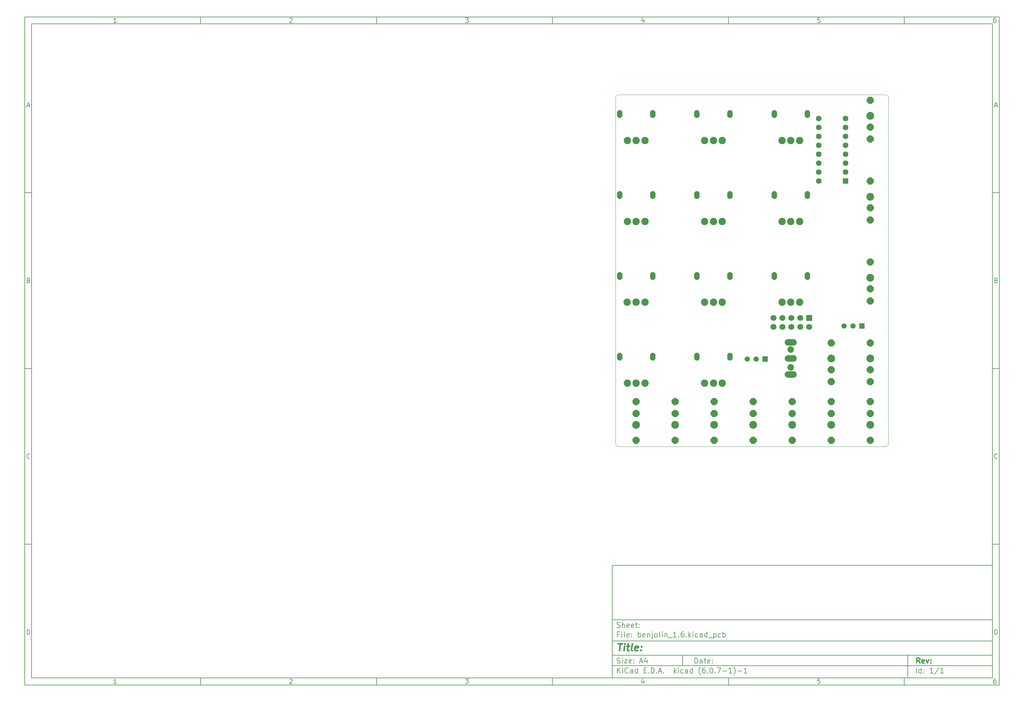
<source format=gbr>
%TF.GenerationSoftware,KiCad,Pcbnew,(6.0.7-1)-1*%
%TF.CreationDate,2022-10-07T09:47:06+07:00*%
%TF.ProjectId,benjolin_1.6,62656e6a-6f6c-4696-9e5f-312e362e6b69,rev?*%
%TF.SameCoordinates,Original*%
%TF.FileFunction,Soldermask,Bot*%
%TF.FilePolarity,Negative*%
%FSLAX46Y46*%
G04 Gerber Fmt 4.6, Leading zero omitted, Abs format (unit mm)*
G04 Created by KiCad (PCBNEW (6.0.7-1)-1) date 2022-10-07 09:47:06*
%MOMM*%
%LPD*%
G01*
G04 APERTURE LIST*
G04 Aperture macros list*
%AMRoundRect*
0 Rectangle with rounded corners*
0 $1 Rounding radius*
0 $2 $3 $4 $5 $6 $7 $8 $9 X,Y pos of 4 corners*
0 Add a 4 corners polygon primitive as box body*
4,1,4,$2,$3,$4,$5,$6,$7,$8,$9,$2,$3,0*
0 Add four circle primitives for the rounded corners*
1,1,$1+$1,$2,$3*
1,1,$1+$1,$4,$5*
1,1,$1+$1,$6,$7*
1,1,$1+$1,$8,$9*
0 Add four rect primitives between the rounded corners*
20,1,$1+$1,$2,$3,$4,$5,0*
20,1,$1+$1,$4,$5,$6,$7,0*
20,1,$1+$1,$6,$7,$8,$9,0*
20,1,$1+$1,$8,$9,$2,$3,0*%
%AMFreePoly0*
4,1,25,0.427955,0.971196,0.440078,0.960842,0.960842,0.440078,0.989349,0.384130,0.990600,0.368236,0.990600,-0.368236,0.971196,-0.427955,0.960842,-0.440078,0.440078,-0.960842,0.384130,-0.989349,0.368236,-0.990600,-0.368236,-0.990600,-0.427955,-0.971196,-0.440078,-0.960842,-0.960842,-0.440078,-0.989349,-0.384130,-0.990600,-0.368236,-0.990600,0.368236,-0.971196,0.427955,-0.960842,0.440078,
-0.440078,0.960842,-0.384130,0.989349,-0.368236,0.990600,0.368236,0.990600,0.427955,0.971196,0.427955,0.971196,$1*%
%AMFreePoly1*
4,1,25,0.649668,0.782196,0.661791,0.771842,1.071842,0.361791,1.100349,0.305843,1.101600,0.289949,1.101600,-0.289949,1.082196,-0.349668,1.071842,-0.361791,0.661791,-0.771842,0.605843,-0.800349,0.589949,-0.801600,-0.589949,-0.801600,-0.649668,-0.782196,-0.661791,-0.771842,-1.071842,-0.361791,-1.100349,-0.305843,-1.101600,-0.289949,-1.101600,0.289949,-1.082196,0.349668,-1.071842,0.361791,
-0.661791,0.771842,-0.605843,0.800349,-0.589949,0.801600,0.589949,0.801600,0.649668,0.782196,0.649668,0.782196,$1*%
G04 Aperture macros list end*
%ADD10C,0.100000*%
%ADD11C,0.150000*%
%ADD12C,0.300000*%
%ADD13C,0.400000*%
%TA.AperFunction,Profile*%
%ADD14C,0.100000*%
%TD*%
%ADD15RoundRect,0.250000X-0.600000X0.600000X-0.600000X-0.600000X0.600000X-0.600000X0.600000X0.600000X0*%
%ADD16C,1.700000*%
%ADD17R,1.600000X1.600000*%
%ADD18C,1.600000*%
%ADD19C,1.500000*%
%ADD20R,1.500000X1.500000*%
%ADD21C,1.854200*%
%ADD22O,3.403200X1.854200*%
%ADD23FreePoly0,180.000000*%
%ADD24C,2.200000*%
%ADD25FreePoly0,0.000000*%
%ADD26FreePoly1,90.000000*%
%ADD27C,2.082800*%
G04 APERTURE END LIST*
D10*
D11*
X177002200Y-166007200D02*
X177002200Y-198007200D01*
X285002200Y-198007200D01*
X285002200Y-166007200D01*
X177002200Y-166007200D01*
D10*
D11*
X10000000Y-10000000D02*
X10000000Y-200007200D01*
X287002200Y-200007200D01*
X287002200Y-10000000D01*
X10000000Y-10000000D01*
D10*
D11*
X12000000Y-12000000D02*
X12000000Y-198007200D01*
X285002200Y-198007200D01*
X285002200Y-12000000D01*
X12000000Y-12000000D01*
D10*
D11*
X60000000Y-12000000D02*
X60000000Y-10000000D01*
D10*
D11*
X110000000Y-12000000D02*
X110000000Y-10000000D01*
D10*
D11*
X160000000Y-12000000D02*
X160000000Y-10000000D01*
D10*
D11*
X210000000Y-12000000D02*
X210000000Y-10000000D01*
D10*
D11*
X260000000Y-12000000D02*
X260000000Y-10000000D01*
D10*
D11*
X36065476Y-11588095D02*
X35322619Y-11588095D01*
X35694047Y-11588095D02*
X35694047Y-10288095D01*
X35570238Y-10473809D01*
X35446428Y-10597619D01*
X35322619Y-10659523D01*
D10*
D11*
X85322619Y-10411904D02*
X85384523Y-10350000D01*
X85508333Y-10288095D01*
X85817857Y-10288095D01*
X85941666Y-10350000D01*
X86003571Y-10411904D01*
X86065476Y-10535714D01*
X86065476Y-10659523D01*
X86003571Y-10845238D01*
X85260714Y-11588095D01*
X86065476Y-11588095D01*
D10*
D11*
X135260714Y-10288095D02*
X136065476Y-10288095D01*
X135632142Y-10783333D01*
X135817857Y-10783333D01*
X135941666Y-10845238D01*
X136003571Y-10907142D01*
X136065476Y-11030952D01*
X136065476Y-11340476D01*
X136003571Y-11464285D01*
X135941666Y-11526190D01*
X135817857Y-11588095D01*
X135446428Y-11588095D01*
X135322619Y-11526190D01*
X135260714Y-11464285D01*
D10*
D11*
X185941666Y-10721428D02*
X185941666Y-11588095D01*
X185632142Y-10226190D02*
X185322619Y-11154761D01*
X186127380Y-11154761D01*
D10*
D11*
X236003571Y-10288095D02*
X235384523Y-10288095D01*
X235322619Y-10907142D01*
X235384523Y-10845238D01*
X235508333Y-10783333D01*
X235817857Y-10783333D01*
X235941666Y-10845238D01*
X236003571Y-10907142D01*
X236065476Y-11030952D01*
X236065476Y-11340476D01*
X236003571Y-11464285D01*
X235941666Y-11526190D01*
X235817857Y-11588095D01*
X235508333Y-11588095D01*
X235384523Y-11526190D01*
X235322619Y-11464285D01*
D10*
D11*
X285941666Y-10288095D02*
X285694047Y-10288095D01*
X285570238Y-10350000D01*
X285508333Y-10411904D01*
X285384523Y-10597619D01*
X285322619Y-10845238D01*
X285322619Y-11340476D01*
X285384523Y-11464285D01*
X285446428Y-11526190D01*
X285570238Y-11588095D01*
X285817857Y-11588095D01*
X285941666Y-11526190D01*
X286003571Y-11464285D01*
X286065476Y-11340476D01*
X286065476Y-11030952D01*
X286003571Y-10907142D01*
X285941666Y-10845238D01*
X285817857Y-10783333D01*
X285570238Y-10783333D01*
X285446428Y-10845238D01*
X285384523Y-10907142D01*
X285322619Y-11030952D01*
D10*
D11*
X60000000Y-198007200D02*
X60000000Y-200007200D01*
D10*
D11*
X110000000Y-198007200D02*
X110000000Y-200007200D01*
D10*
D11*
X160000000Y-198007200D02*
X160000000Y-200007200D01*
D10*
D11*
X210000000Y-198007200D02*
X210000000Y-200007200D01*
D10*
D11*
X260000000Y-198007200D02*
X260000000Y-200007200D01*
D10*
D11*
X36065476Y-199595295D02*
X35322619Y-199595295D01*
X35694047Y-199595295D02*
X35694047Y-198295295D01*
X35570238Y-198481009D01*
X35446428Y-198604819D01*
X35322619Y-198666723D01*
D10*
D11*
X85322619Y-198419104D02*
X85384523Y-198357200D01*
X85508333Y-198295295D01*
X85817857Y-198295295D01*
X85941666Y-198357200D01*
X86003571Y-198419104D01*
X86065476Y-198542914D01*
X86065476Y-198666723D01*
X86003571Y-198852438D01*
X85260714Y-199595295D01*
X86065476Y-199595295D01*
D10*
D11*
X135260714Y-198295295D02*
X136065476Y-198295295D01*
X135632142Y-198790533D01*
X135817857Y-198790533D01*
X135941666Y-198852438D01*
X136003571Y-198914342D01*
X136065476Y-199038152D01*
X136065476Y-199347676D01*
X136003571Y-199471485D01*
X135941666Y-199533390D01*
X135817857Y-199595295D01*
X135446428Y-199595295D01*
X135322619Y-199533390D01*
X135260714Y-199471485D01*
D10*
D11*
X185941666Y-198728628D02*
X185941666Y-199595295D01*
X185632142Y-198233390D02*
X185322619Y-199161961D01*
X186127380Y-199161961D01*
D10*
D11*
X236003571Y-198295295D02*
X235384523Y-198295295D01*
X235322619Y-198914342D01*
X235384523Y-198852438D01*
X235508333Y-198790533D01*
X235817857Y-198790533D01*
X235941666Y-198852438D01*
X236003571Y-198914342D01*
X236065476Y-199038152D01*
X236065476Y-199347676D01*
X236003571Y-199471485D01*
X235941666Y-199533390D01*
X235817857Y-199595295D01*
X235508333Y-199595295D01*
X235384523Y-199533390D01*
X235322619Y-199471485D01*
D10*
D11*
X285941666Y-198295295D02*
X285694047Y-198295295D01*
X285570238Y-198357200D01*
X285508333Y-198419104D01*
X285384523Y-198604819D01*
X285322619Y-198852438D01*
X285322619Y-199347676D01*
X285384523Y-199471485D01*
X285446428Y-199533390D01*
X285570238Y-199595295D01*
X285817857Y-199595295D01*
X285941666Y-199533390D01*
X286003571Y-199471485D01*
X286065476Y-199347676D01*
X286065476Y-199038152D01*
X286003571Y-198914342D01*
X285941666Y-198852438D01*
X285817857Y-198790533D01*
X285570238Y-198790533D01*
X285446428Y-198852438D01*
X285384523Y-198914342D01*
X285322619Y-199038152D01*
D10*
D11*
X10000000Y-60000000D02*
X12000000Y-60000000D01*
D10*
D11*
X10000000Y-110000000D02*
X12000000Y-110000000D01*
D10*
D11*
X10000000Y-160000000D02*
X12000000Y-160000000D01*
D10*
D11*
X10690476Y-35216666D02*
X11309523Y-35216666D01*
X10566666Y-35588095D02*
X11000000Y-34288095D01*
X11433333Y-35588095D01*
D10*
D11*
X11092857Y-84907142D02*
X11278571Y-84969047D01*
X11340476Y-85030952D01*
X11402380Y-85154761D01*
X11402380Y-85340476D01*
X11340476Y-85464285D01*
X11278571Y-85526190D01*
X11154761Y-85588095D01*
X10659523Y-85588095D01*
X10659523Y-84288095D01*
X11092857Y-84288095D01*
X11216666Y-84350000D01*
X11278571Y-84411904D01*
X11340476Y-84535714D01*
X11340476Y-84659523D01*
X11278571Y-84783333D01*
X11216666Y-84845238D01*
X11092857Y-84907142D01*
X10659523Y-84907142D01*
D10*
D11*
X11402380Y-135464285D02*
X11340476Y-135526190D01*
X11154761Y-135588095D01*
X11030952Y-135588095D01*
X10845238Y-135526190D01*
X10721428Y-135402380D01*
X10659523Y-135278571D01*
X10597619Y-135030952D01*
X10597619Y-134845238D01*
X10659523Y-134597619D01*
X10721428Y-134473809D01*
X10845238Y-134350000D01*
X11030952Y-134288095D01*
X11154761Y-134288095D01*
X11340476Y-134350000D01*
X11402380Y-134411904D01*
D10*
D11*
X10659523Y-185588095D02*
X10659523Y-184288095D01*
X10969047Y-184288095D01*
X11154761Y-184350000D01*
X11278571Y-184473809D01*
X11340476Y-184597619D01*
X11402380Y-184845238D01*
X11402380Y-185030952D01*
X11340476Y-185278571D01*
X11278571Y-185402380D01*
X11154761Y-185526190D01*
X10969047Y-185588095D01*
X10659523Y-185588095D01*
D10*
D11*
X287002200Y-60000000D02*
X285002200Y-60000000D01*
D10*
D11*
X287002200Y-110000000D02*
X285002200Y-110000000D01*
D10*
D11*
X287002200Y-160000000D02*
X285002200Y-160000000D01*
D10*
D11*
X285692676Y-35216666D02*
X286311723Y-35216666D01*
X285568866Y-35588095D02*
X286002200Y-34288095D01*
X286435533Y-35588095D01*
D10*
D11*
X286095057Y-84907142D02*
X286280771Y-84969047D01*
X286342676Y-85030952D01*
X286404580Y-85154761D01*
X286404580Y-85340476D01*
X286342676Y-85464285D01*
X286280771Y-85526190D01*
X286156961Y-85588095D01*
X285661723Y-85588095D01*
X285661723Y-84288095D01*
X286095057Y-84288095D01*
X286218866Y-84350000D01*
X286280771Y-84411904D01*
X286342676Y-84535714D01*
X286342676Y-84659523D01*
X286280771Y-84783333D01*
X286218866Y-84845238D01*
X286095057Y-84907142D01*
X285661723Y-84907142D01*
D10*
D11*
X286404580Y-135464285D02*
X286342676Y-135526190D01*
X286156961Y-135588095D01*
X286033152Y-135588095D01*
X285847438Y-135526190D01*
X285723628Y-135402380D01*
X285661723Y-135278571D01*
X285599819Y-135030952D01*
X285599819Y-134845238D01*
X285661723Y-134597619D01*
X285723628Y-134473809D01*
X285847438Y-134350000D01*
X286033152Y-134288095D01*
X286156961Y-134288095D01*
X286342676Y-134350000D01*
X286404580Y-134411904D01*
D10*
D11*
X285661723Y-185588095D02*
X285661723Y-184288095D01*
X285971247Y-184288095D01*
X286156961Y-184350000D01*
X286280771Y-184473809D01*
X286342676Y-184597619D01*
X286404580Y-184845238D01*
X286404580Y-185030952D01*
X286342676Y-185278571D01*
X286280771Y-185402380D01*
X286156961Y-185526190D01*
X285971247Y-185588095D01*
X285661723Y-185588095D01*
D10*
D11*
X200434342Y-193785771D02*
X200434342Y-192285771D01*
X200791485Y-192285771D01*
X201005771Y-192357200D01*
X201148628Y-192500057D01*
X201220057Y-192642914D01*
X201291485Y-192928628D01*
X201291485Y-193142914D01*
X201220057Y-193428628D01*
X201148628Y-193571485D01*
X201005771Y-193714342D01*
X200791485Y-193785771D01*
X200434342Y-193785771D01*
X202577200Y-193785771D02*
X202577200Y-193000057D01*
X202505771Y-192857200D01*
X202362914Y-192785771D01*
X202077200Y-192785771D01*
X201934342Y-192857200D01*
X202577200Y-193714342D02*
X202434342Y-193785771D01*
X202077200Y-193785771D01*
X201934342Y-193714342D01*
X201862914Y-193571485D01*
X201862914Y-193428628D01*
X201934342Y-193285771D01*
X202077200Y-193214342D01*
X202434342Y-193214342D01*
X202577200Y-193142914D01*
X203077200Y-192785771D02*
X203648628Y-192785771D01*
X203291485Y-192285771D02*
X203291485Y-193571485D01*
X203362914Y-193714342D01*
X203505771Y-193785771D01*
X203648628Y-193785771D01*
X204720057Y-193714342D02*
X204577200Y-193785771D01*
X204291485Y-193785771D01*
X204148628Y-193714342D01*
X204077200Y-193571485D01*
X204077200Y-193000057D01*
X204148628Y-192857200D01*
X204291485Y-192785771D01*
X204577200Y-192785771D01*
X204720057Y-192857200D01*
X204791485Y-193000057D01*
X204791485Y-193142914D01*
X204077200Y-193285771D01*
X205434342Y-193642914D02*
X205505771Y-193714342D01*
X205434342Y-193785771D01*
X205362914Y-193714342D01*
X205434342Y-193642914D01*
X205434342Y-193785771D01*
X205434342Y-192857200D02*
X205505771Y-192928628D01*
X205434342Y-193000057D01*
X205362914Y-192928628D01*
X205434342Y-192857200D01*
X205434342Y-193000057D01*
D10*
D11*
X177002200Y-194507200D02*
X285002200Y-194507200D01*
D10*
D11*
X178434342Y-196585771D02*
X178434342Y-195085771D01*
X179291485Y-196585771D02*
X178648628Y-195728628D01*
X179291485Y-195085771D02*
X178434342Y-195942914D01*
X179934342Y-196585771D02*
X179934342Y-195585771D01*
X179934342Y-195085771D02*
X179862914Y-195157200D01*
X179934342Y-195228628D01*
X180005771Y-195157200D01*
X179934342Y-195085771D01*
X179934342Y-195228628D01*
X181505771Y-196442914D02*
X181434342Y-196514342D01*
X181220057Y-196585771D01*
X181077200Y-196585771D01*
X180862914Y-196514342D01*
X180720057Y-196371485D01*
X180648628Y-196228628D01*
X180577200Y-195942914D01*
X180577200Y-195728628D01*
X180648628Y-195442914D01*
X180720057Y-195300057D01*
X180862914Y-195157200D01*
X181077200Y-195085771D01*
X181220057Y-195085771D01*
X181434342Y-195157200D01*
X181505771Y-195228628D01*
X182791485Y-196585771D02*
X182791485Y-195800057D01*
X182720057Y-195657200D01*
X182577200Y-195585771D01*
X182291485Y-195585771D01*
X182148628Y-195657200D01*
X182791485Y-196514342D02*
X182648628Y-196585771D01*
X182291485Y-196585771D01*
X182148628Y-196514342D01*
X182077200Y-196371485D01*
X182077200Y-196228628D01*
X182148628Y-196085771D01*
X182291485Y-196014342D01*
X182648628Y-196014342D01*
X182791485Y-195942914D01*
X184148628Y-196585771D02*
X184148628Y-195085771D01*
X184148628Y-196514342D02*
X184005771Y-196585771D01*
X183720057Y-196585771D01*
X183577200Y-196514342D01*
X183505771Y-196442914D01*
X183434342Y-196300057D01*
X183434342Y-195871485D01*
X183505771Y-195728628D01*
X183577200Y-195657200D01*
X183720057Y-195585771D01*
X184005771Y-195585771D01*
X184148628Y-195657200D01*
X186005771Y-195800057D02*
X186505771Y-195800057D01*
X186720057Y-196585771D02*
X186005771Y-196585771D01*
X186005771Y-195085771D01*
X186720057Y-195085771D01*
X187362914Y-196442914D02*
X187434342Y-196514342D01*
X187362914Y-196585771D01*
X187291485Y-196514342D01*
X187362914Y-196442914D01*
X187362914Y-196585771D01*
X188077200Y-196585771D02*
X188077200Y-195085771D01*
X188434342Y-195085771D01*
X188648628Y-195157200D01*
X188791485Y-195300057D01*
X188862914Y-195442914D01*
X188934342Y-195728628D01*
X188934342Y-195942914D01*
X188862914Y-196228628D01*
X188791485Y-196371485D01*
X188648628Y-196514342D01*
X188434342Y-196585771D01*
X188077200Y-196585771D01*
X189577200Y-196442914D02*
X189648628Y-196514342D01*
X189577200Y-196585771D01*
X189505771Y-196514342D01*
X189577200Y-196442914D01*
X189577200Y-196585771D01*
X190220057Y-196157200D02*
X190934342Y-196157200D01*
X190077200Y-196585771D02*
X190577200Y-195085771D01*
X191077200Y-196585771D01*
X191577200Y-196442914D02*
X191648628Y-196514342D01*
X191577200Y-196585771D01*
X191505771Y-196514342D01*
X191577200Y-196442914D01*
X191577200Y-196585771D01*
X194577200Y-196585771D02*
X194577200Y-195085771D01*
X194720057Y-196014342D02*
X195148628Y-196585771D01*
X195148628Y-195585771D02*
X194577200Y-196157200D01*
X195791485Y-196585771D02*
X195791485Y-195585771D01*
X195791485Y-195085771D02*
X195720057Y-195157200D01*
X195791485Y-195228628D01*
X195862914Y-195157200D01*
X195791485Y-195085771D01*
X195791485Y-195228628D01*
X197148628Y-196514342D02*
X197005771Y-196585771D01*
X196720057Y-196585771D01*
X196577200Y-196514342D01*
X196505771Y-196442914D01*
X196434342Y-196300057D01*
X196434342Y-195871485D01*
X196505771Y-195728628D01*
X196577200Y-195657200D01*
X196720057Y-195585771D01*
X197005771Y-195585771D01*
X197148628Y-195657200D01*
X198434342Y-196585771D02*
X198434342Y-195800057D01*
X198362914Y-195657200D01*
X198220057Y-195585771D01*
X197934342Y-195585771D01*
X197791485Y-195657200D01*
X198434342Y-196514342D02*
X198291485Y-196585771D01*
X197934342Y-196585771D01*
X197791485Y-196514342D01*
X197720057Y-196371485D01*
X197720057Y-196228628D01*
X197791485Y-196085771D01*
X197934342Y-196014342D01*
X198291485Y-196014342D01*
X198434342Y-195942914D01*
X199791485Y-196585771D02*
X199791485Y-195085771D01*
X199791485Y-196514342D02*
X199648628Y-196585771D01*
X199362914Y-196585771D01*
X199220057Y-196514342D01*
X199148628Y-196442914D01*
X199077200Y-196300057D01*
X199077200Y-195871485D01*
X199148628Y-195728628D01*
X199220057Y-195657200D01*
X199362914Y-195585771D01*
X199648628Y-195585771D01*
X199791485Y-195657200D01*
X202077200Y-197157200D02*
X202005771Y-197085771D01*
X201862914Y-196871485D01*
X201791485Y-196728628D01*
X201720057Y-196514342D01*
X201648628Y-196157200D01*
X201648628Y-195871485D01*
X201720057Y-195514342D01*
X201791485Y-195300057D01*
X201862914Y-195157200D01*
X202005771Y-194942914D01*
X202077200Y-194871485D01*
X203291485Y-195085771D02*
X203005771Y-195085771D01*
X202862914Y-195157200D01*
X202791485Y-195228628D01*
X202648628Y-195442914D01*
X202577200Y-195728628D01*
X202577200Y-196300057D01*
X202648628Y-196442914D01*
X202720057Y-196514342D01*
X202862914Y-196585771D01*
X203148628Y-196585771D01*
X203291485Y-196514342D01*
X203362914Y-196442914D01*
X203434342Y-196300057D01*
X203434342Y-195942914D01*
X203362914Y-195800057D01*
X203291485Y-195728628D01*
X203148628Y-195657200D01*
X202862914Y-195657200D01*
X202720057Y-195728628D01*
X202648628Y-195800057D01*
X202577200Y-195942914D01*
X204077200Y-196442914D02*
X204148628Y-196514342D01*
X204077200Y-196585771D01*
X204005771Y-196514342D01*
X204077200Y-196442914D01*
X204077200Y-196585771D01*
X205077200Y-195085771D02*
X205220057Y-195085771D01*
X205362914Y-195157200D01*
X205434342Y-195228628D01*
X205505771Y-195371485D01*
X205577200Y-195657200D01*
X205577200Y-196014342D01*
X205505771Y-196300057D01*
X205434342Y-196442914D01*
X205362914Y-196514342D01*
X205220057Y-196585771D01*
X205077200Y-196585771D01*
X204934342Y-196514342D01*
X204862914Y-196442914D01*
X204791485Y-196300057D01*
X204720057Y-196014342D01*
X204720057Y-195657200D01*
X204791485Y-195371485D01*
X204862914Y-195228628D01*
X204934342Y-195157200D01*
X205077200Y-195085771D01*
X206220057Y-196442914D02*
X206291485Y-196514342D01*
X206220057Y-196585771D01*
X206148628Y-196514342D01*
X206220057Y-196442914D01*
X206220057Y-196585771D01*
X206791485Y-195085771D02*
X207791485Y-195085771D01*
X207148628Y-196585771D01*
X208362914Y-196014342D02*
X209505771Y-196014342D01*
X211005771Y-196585771D02*
X210148628Y-196585771D01*
X210577200Y-196585771D02*
X210577200Y-195085771D01*
X210434342Y-195300057D01*
X210291485Y-195442914D01*
X210148628Y-195514342D01*
X211505771Y-197157200D02*
X211577200Y-197085771D01*
X211720057Y-196871485D01*
X211791485Y-196728628D01*
X211862914Y-196514342D01*
X211934342Y-196157200D01*
X211934342Y-195871485D01*
X211862914Y-195514342D01*
X211791485Y-195300057D01*
X211720057Y-195157200D01*
X211577200Y-194942914D01*
X211505771Y-194871485D01*
X212648628Y-196014342D02*
X213791485Y-196014342D01*
X215291485Y-196585771D02*
X214434342Y-196585771D01*
X214862914Y-196585771D02*
X214862914Y-195085771D01*
X214720057Y-195300057D01*
X214577200Y-195442914D01*
X214434342Y-195514342D01*
D10*
D11*
X177002200Y-191507200D02*
X285002200Y-191507200D01*
D10*
D12*
X264411485Y-193785771D02*
X263911485Y-193071485D01*
X263554342Y-193785771D02*
X263554342Y-192285771D01*
X264125771Y-192285771D01*
X264268628Y-192357200D01*
X264340057Y-192428628D01*
X264411485Y-192571485D01*
X264411485Y-192785771D01*
X264340057Y-192928628D01*
X264268628Y-193000057D01*
X264125771Y-193071485D01*
X263554342Y-193071485D01*
X265625771Y-193714342D02*
X265482914Y-193785771D01*
X265197200Y-193785771D01*
X265054342Y-193714342D01*
X264982914Y-193571485D01*
X264982914Y-193000057D01*
X265054342Y-192857200D01*
X265197200Y-192785771D01*
X265482914Y-192785771D01*
X265625771Y-192857200D01*
X265697200Y-193000057D01*
X265697200Y-193142914D01*
X264982914Y-193285771D01*
X266197200Y-192785771D02*
X266554342Y-193785771D01*
X266911485Y-192785771D01*
X267482914Y-193642914D02*
X267554342Y-193714342D01*
X267482914Y-193785771D01*
X267411485Y-193714342D01*
X267482914Y-193642914D01*
X267482914Y-193785771D01*
X267482914Y-192857200D02*
X267554342Y-192928628D01*
X267482914Y-193000057D01*
X267411485Y-192928628D01*
X267482914Y-192857200D01*
X267482914Y-193000057D01*
D10*
D11*
X178362914Y-193714342D02*
X178577200Y-193785771D01*
X178934342Y-193785771D01*
X179077200Y-193714342D01*
X179148628Y-193642914D01*
X179220057Y-193500057D01*
X179220057Y-193357200D01*
X179148628Y-193214342D01*
X179077200Y-193142914D01*
X178934342Y-193071485D01*
X178648628Y-193000057D01*
X178505771Y-192928628D01*
X178434342Y-192857200D01*
X178362914Y-192714342D01*
X178362914Y-192571485D01*
X178434342Y-192428628D01*
X178505771Y-192357200D01*
X178648628Y-192285771D01*
X179005771Y-192285771D01*
X179220057Y-192357200D01*
X179862914Y-193785771D02*
X179862914Y-192785771D01*
X179862914Y-192285771D02*
X179791485Y-192357200D01*
X179862914Y-192428628D01*
X179934342Y-192357200D01*
X179862914Y-192285771D01*
X179862914Y-192428628D01*
X180434342Y-192785771D02*
X181220057Y-192785771D01*
X180434342Y-193785771D01*
X181220057Y-193785771D01*
X182362914Y-193714342D02*
X182220057Y-193785771D01*
X181934342Y-193785771D01*
X181791485Y-193714342D01*
X181720057Y-193571485D01*
X181720057Y-193000057D01*
X181791485Y-192857200D01*
X181934342Y-192785771D01*
X182220057Y-192785771D01*
X182362914Y-192857200D01*
X182434342Y-193000057D01*
X182434342Y-193142914D01*
X181720057Y-193285771D01*
X183077200Y-193642914D02*
X183148628Y-193714342D01*
X183077200Y-193785771D01*
X183005771Y-193714342D01*
X183077200Y-193642914D01*
X183077200Y-193785771D01*
X183077200Y-192857200D02*
X183148628Y-192928628D01*
X183077200Y-193000057D01*
X183005771Y-192928628D01*
X183077200Y-192857200D01*
X183077200Y-193000057D01*
X184862914Y-193357200D02*
X185577200Y-193357200D01*
X184720057Y-193785771D02*
X185220057Y-192285771D01*
X185720057Y-193785771D01*
X186862914Y-192785771D02*
X186862914Y-193785771D01*
X186505771Y-192214342D02*
X186148628Y-193285771D01*
X187077200Y-193285771D01*
D10*
D11*
X263434342Y-196585771D02*
X263434342Y-195085771D01*
X264791485Y-196585771D02*
X264791485Y-195085771D01*
X264791485Y-196514342D02*
X264648628Y-196585771D01*
X264362914Y-196585771D01*
X264220057Y-196514342D01*
X264148628Y-196442914D01*
X264077200Y-196300057D01*
X264077200Y-195871485D01*
X264148628Y-195728628D01*
X264220057Y-195657200D01*
X264362914Y-195585771D01*
X264648628Y-195585771D01*
X264791485Y-195657200D01*
X265505771Y-196442914D02*
X265577200Y-196514342D01*
X265505771Y-196585771D01*
X265434342Y-196514342D01*
X265505771Y-196442914D01*
X265505771Y-196585771D01*
X265505771Y-195657200D02*
X265577200Y-195728628D01*
X265505771Y-195800057D01*
X265434342Y-195728628D01*
X265505771Y-195657200D01*
X265505771Y-195800057D01*
X268148628Y-196585771D02*
X267291485Y-196585771D01*
X267720057Y-196585771D02*
X267720057Y-195085771D01*
X267577200Y-195300057D01*
X267434342Y-195442914D01*
X267291485Y-195514342D01*
X269862914Y-195014342D02*
X268577200Y-196942914D01*
X271148628Y-196585771D02*
X270291485Y-196585771D01*
X270720057Y-196585771D02*
X270720057Y-195085771D01*
X270577200Y-195300057D01*
X270434342Y-195442914D01*
X270291485Y-195514342D01*
D10*
D11*
X177002200Y-187507200D02*
X285002200Y-187507200D01*
D10*
D13*
X178714580Y-188211961D02*
X179857438Y-188211961D01*
X179036009Y-190211961D02*
X179286009Y-188211961D01*
X180274104Y-190211961D02*
X180440771Y-188878628D01*
X180524104Y-188211961D02*
X180416961Y-188307200D01*
X180500295Y-188402438D01*
X180607438Y-188307200D01*
X180524104Y-188211961D01*
X180500295Y-188402438D01*
X181107438Y-188878628D02*
X181869342Y-188878628D01*
X181476485Y-188211961D02*
X181262200Y-189926247D01*
X181333628Y-190116723D01*
X181512200Y-190211961D01*
X181702676Y-190211961D01*
X182655057Y-190211961D02*
X182476485Y-190116723D01*
X182405057Y-189926247D01*
X182619342Y-188211961D01*
X184190771Y-190116723D02*
X183988390Y-190211961D01*
X183607438Y-190211961D01*
X183428866Y-190116723D01*
X183357438Y-189926247D01*
X183452676Y-189164342D01*
X183571723Y-188973866D01*
X183774104Y-188878628D01*
X184155057Y-188878628D01*
X184333628Y-188973866D01*
X184405057Y-189164342D01*
X184381247Y-189354819D01*
X183405057Y-189545295D01*
X185155057Y-190021485D02*
X185238390Y-190116723D01*
X185131247Y-190211961D01*
X185047914Y-190116723D01*
X185155057Y-190021485D01*
X185131247Y-190211961D01*
X185286009Y-188973866D02*
X185369342Y-189069104D01*
X185262200Y-189164342D01*
X185178866Y-189069104D01*
X185286009Y-188973866D01*
X185262200Y-189164342D01*
D10*
D11*
X178934342Y-185600057D02*
X178434342Y-185600057D01*
X178434342Y-186385771D02*
X178434342Y-184885771D01*
X179148628Y-184885771D01*
X179720057Y-186385771D02*
X179720057Y-185385771D01*
X179720057Y-184885771D02*
X179648628Y-184957200D01*
X179720057Y-185028628D01*
X179791485Y-184957200D01*
X179720057Y-184885771D01*
X179720057Y-185028628D01*
X180648628Y-186385771D02*
X180505771Y-186314342D01*
X180434342Y-186171485D01*
X180434342Y-184885771D01*
X181791485Y-186314342D02*
X181648628Y-186385771D01*
X181362914Y-186385771D01*
X181220057Y-186314342D01*
X181148628Y-186171485D01*
X181148628Y-185600057D01*
X181220057Y-185457200D01*
X181362914Y-185385771D01*
X181648628Y-185385771D01*
X181791485Y-185457200D01*
X181862914Y-185600057D01*
X181862914Y-185742914D01*
X181148628Y-185885771D01*
X182505771Y-186242914D02*
X182577200Y-186314342D01*
X182505771Y-186385771D01*
X182434342Y-186314342D01*
X182505771Y-186242914D01*
X182505771Y-186385771D01*
X182505771Y-185457200D02*
X182577200Y-185528628D01*
X182505771Y-185600057D01*
X182434342Y-185528628D01*
X182505771Y-185457200D01*
X182505771Y-185600057D01*
X184362914Y-186385771D02*
X184362914Y-184885771D01*
X184362914Y-185457200D02*
X184505771Y-185385771D01*
X184791485Y-185385771D01*
X184934342Y-185457200D01*
X185005771Y-185528628D01*
X185077200Y-185671485D01*
X185077200Y-186100057D01*
X185005771Y-186242914D01*
X184934342Y-186314342D01*
X184791485Y-186385771D01*
X184505771Y-186385771D01*
X184362914Y-186314342D01*
X186291485Y-186314342D02*
X186148628Y-186385771D01*
X185862914Y-186385771D01*
X185720057Y-186314342D01*
X185648628Y-186171485D01*
X185648628Y-185600057D01*
X185720057Y-185457200D01*
X185862914Y-185385771D01*
X186148628Y-185385771D01*
X186291485Y-185457200D01*
X186362914Y-185600057D01*
X186362914Y-185742914D01*
X185648628Y-185885771D01*
X187005771Y-185385771D02*
X187005771Y-186385771D01*
X187005771Y-185528628D02*
X187077200Y-185457200D01*
X187220057Y-185385771D01*
X187434342Y-185385771D01*
X187577200Y-185457200D01*
X187648628Y-185600057D01*
X187648628Y-186385771D01*
X188362914Y-185385771D02*
X188362914Y-186671485D01*
X188291485Y-186814342D01*
X188148628Y-186885771D01*
X188077200Y-186885771D01*
X188362914Y-184885771D02*
X188291485Y-184957200D01*
X188362914Y-185028628D01*
X188434342Y-184957200D01*
X188362914Y-184885771D01*
X188362914Y-185028628D01*
X189291485Y-186385771D02*
X189148628Y-186314342D01*
X189077200Y-186242914D01*
X189005771Y-186100057D01*
X189005771Y-185671485D01*
X189077200Y-185528628D01*
X189148628Y-185457200D01*
X189291485Y-185385771D01*
X189505771Y-185385771D01*
X189648628Y-185457200D01*
X189720057Y-185528628D01*
X189791485Y-185671485D01*
X189791485Y-186100057D01*
X189720057Y-186242914D01*
X189648628Y-186314342D01*
X189505771Y-186385771D01*
X189291485Y-186385771D01*
X190648628Y-186385771D02*
X190505771Y-186314342D01*
X190434342Y-186171485D01*
X190434342Y-184885771D01*
X191220057Y-186385771D02*
X191220057Y-185385771D01*
X191220057Y-184885771D02*
X191148628Y-184957200D01*
X191220057Y-185028628D01*
X191291485Y-184957200D01*
X191220057Y-184885771D01*
X191220057Y-185028628D01*
X191934342Y-185385771D02*
X191934342Y-186385771D01*
X191934342Y-185528628D02*
X192005771Y-185457200D01*
X192148628Y-185385771D01*
X192362914Y-185385771D01*
X192505771Y-185457200D01*
X192577200Y-185600057D01*
X192577200Y-186385771D01*
X192934342Y-186528628D02*
X194077200Y-186528628D01*
X195220057Y-186385771D02*
X194362914Y-186385771D01*
X194791485Y-186385771D02*
X194791485Y-184885771D01*
X194648628Y-185100057D01*
X194505771Y-185242914D01*
X194362914Y-185314342D01*
X195862914Y-186242914D02*
X195934342Y-186314342D01*
X195862914Y-186385771D01*
X195791485Y-186314342D01*
X195862914Y-186242914D01*
X195862914Y-186385771D01*
X197220057Y-184885771D02*
X196934342Y-184885771D01*
X196791485Y-184957200D01*
X196720057Y-185028628D01*
X196577200Y-185242914D01*
X196505771Y-185528628D01*
X196505771Y-186100057D01*
X196577200Y-186242914D01*
X196648628Y-186314342D01*
X196791485Y-186385771D01*
X197077200Y-186385771D01*
X197220057Y-186314342D01*
X197291485Y-186242914D01*
X197362914Y-186100057D01*
X197362914Y-185742914D01*
X197291485Y-185600057D01*
X197220057Y-185528628D01*
X197077200Y-185457200D01*
X196791485Y-185457200D01*
X196648628Y-185528628D01*
X196577200Y-185600057D01*
X196505771Y-185742914D01*
X198005771Y-186242914D02*
X198077200Y-186314342D01*
X198005771Y-186385771D01*
X197934342Y-186314342D01*
X198005771Y-186242914D01*
X198005771Y-186385771D01*
X198720057Y-186385771D02*
X198720057Y-184885771D01*
X198862914Y-185814342D02*
X199291485Y-186385771D01*
X199291485Y-185385771D02*
X198720057Y-185957200D01*
X199934342Y-186385771D02*
X199934342Y-185385771D01*
X199934342Y-184885771D02*
X199862914Y-184957200D01*
X199934342Y-185028628D01*
X200005771Y-184957200D01*
X199934342Y-184885771D01*
X199934342Y-185028628D01*
X201291485Y-186314342D02*
X201148628Y-186385771D01*
X200862914Y-186385771D01*
X200720057Y-186314342D01*
X200648628Y-186242914D01*
X200577200Y-186100057D01*
X200577200Y-185671485D01*
X200648628Y-185528628D01*
X200720057Y-185457200D01*
X200862914Y-185385771D01*
X201148628Y-185385771D01*
X201291485Y-185457200D01*
X202577200Y-186385771D02*
X202577200Y-185600057D01*
X202505771Y-185457200D01*
X202362914Y-185385771D01*
X202077200Y-185385771D01*
X201934342Y-185457200D01*
X202577200Y-186314342D02*
X202434342Y-186385771D01*
X202077200Y-186385771D01*
X201934342Y-186314342D01*
X201862914Y-186171485D01*
X201862914Y-186028628D01*
X201934342Y-185885771D01*
X202077200Y-185814342D01*
X202434342Y-185814342D01*
X202577200Y-185742914D01*
X203934342Y-186385771D02*
X203934342Y-184885771D01*
X203934342Y-186314342D02*
X203791485Y-186385771D01*
X203505771Y-186385771D01*
X203362914Y-186314342D01*
X203291485Y-186242914D01*
X203220057Y-186100057D01*
X203220057Y-185671485D01*
X203291485Y-185528628D01*
X203362914Y-185457200D01*
X203505771Y-185385771D01*
X203791485Y-185385771D01*
X203934342Y-185457200D01*
X204291485Y-186528628D02*
X205434342Y-186528628D01*
X205791485Y-185385771D02*
X205791485Y-186885771D01*
X205791485Y-185457200D02*
X205934342Y-185385771D01*
X206220057Y-185385771D01*
X206362914Y-185457200D01*
X206434342Y-185528628D01*
X206505771Y-185671485D01*
X206505771Y-186100057D01*
X206434342Y-186242914D01*
X206362914Y-186314342D01*
X206220057Y-186385771D01*
X205934342Y-186385771D01*
X205791485Y-186314342D01*
X207791485Y-186314342D02*
X207648628Y-186385771D01*
X207362914Y-186385771D01*
X207220057Y-186314342D01*
X207148628Y-186242914D01*
X207077200Y-186100057D01*
X207077200Y-185671485D01*
X207148628Y-185528628D01*
X207220057Y-185457200D01*
X207362914Y-185385771D01*
X207648628Y-185385771D01*
X207791485Y-185457200D01*
X208434342Y-186385771D02*
X208434342Y-184885771D01*
X208434342Y-185457200D02*
X208577200Y-185385771D01*
X208862914Y-185385771D01*
X209005771Y-185457200D01*
X209077200Y-185528628D01*
X209148628Y-185671485D01*
X209148628Y-186100057D01*
X209077200Y-186242914D01*
X209005771Y-186314342D01*
X208862914Y-186385771D01*
X208577200Y-186385771D01*
X208434342Y-186314342D01*
D10*
D11*
X177002200Y-181507200D02*
X285002200Y-181507200D01*
D10*
D11*
X178362914Y-183614342D02*
X178577200Y-183685771D01*
X178934342Y-183685771D01*
X179077200Y-183614342D01*
X179148628Y-183542914D01*
X179220057Y-183400057D01*
X179220057Y-183257200D01*
X179148628Y-183114342D01*
X179077200Y-183042914D01*
X178934342Y-182971485D01*
X178648628Y-182900057D01*
X178505771Y-182828628D01*
X178434342Y-182757200D01*
X178362914Y-182614342D01*
X178362914Y-182471485D01*
X178434342Y-182328628D01*
X178505771Y-182257200D01*
X178648628Y-182185771D01*
X179005771Y-182185771D01*
X179220057Y-182257200D01*
X179862914Y-183685771D02*
X179862914Y-182185771D01*
X180505771Y-183685771D02*
X180505771Y-182900057D01*
X180434342Y-182757200D01*
X180291485Y-182685771D01*
X180077200Y-182685771D01*
X179934342Y-182757200D01*
X179862914Y-182828628D01*
X181791485Y-183614342D02*
X181648628Y-183685771D01*
X181362914Y-183685771D01*
X181220057Y-183614342D01*
X181148628Y-183471485D01*
X181148628Y-182900057D01*
X181220057Y-182757200D01*
X181362914Y-182685771D01*
X181648628Y-182685771D01*
X181791485Y-182757200D01*
X181862914Y-182900057D01*
X181862914Y-183042914D01*
X181148628Y-183185771D01*
X183077200Y-183614342D02*
X182934342Y-183685771D01*
X182648628Y-183685771D01*
X182505771Y-183614342D01*
X182434342Y-183471485D01*
X182434342Y-182900057D01*
X182505771Y-182757200D01*
X182648628Y-182685771D01*
X182934342Y-182685771D01*
X183077200Y-182757200D01*
X183148628Y-182900057D01*
X183148628Y-183042914D01*
X182434342Y-183185771D01*
X183577200Y-182685771D02*
X184148628Y-182685771D01*
X183791485Y-182185771D02*
X183791485Y-183471485D01*
X183862914Y-183614342D01*
X184005771Y-183685771D01*
X184148628Y-183685771D01*
X184648628Y-183542914D02*
X184720057Y-183614342D01*
X184648628Y-183685771D01*
X184577200Y-183614342D01*
X184648628Y-183542914D01*
X184648628Y-183685771D01*
X184648628Y-182757200D02*
X184720057Y-182828628D01*
X184648628Y-182900057D01*
X184577200Y-182828628D01*
X184648628Y-182757200D01*
X184648628Y-182900057D01*
D10*
D12*
D10*
D11*
D10*
D11*
D10*
D11*
D10*
D11*
D10*
D11*
X197002200Y-191507200D02*
X197002200Y-194507200D01*
D10*
D11*
X261002200Y-191507200D02*
X261002200Y-198007200D01*
D14*
X255450614Y-32899678D02*
X255450000Y-131440000D01*
X254700614Y-32149678D02*
X178700000Y-32149678D01*
X178700000Y-132157000D02*
X254699204Y-132157000D01*
X254699209Y-132157495D02*
G75*
G03*
X255450000Y-131440000I-8128J760069D01*
G01*
X177950000Y-32899678D02*
X177950000Y-131407000D01*
X177950000Y-131407000D02*
G75*
G03*
X178700000Y-132157000I750000J0D01*
G01*
X178700000Y-32149700D02*
G75*
G03*
X177950000Y-32899678I0J-750000D01*
G01*
X255450613Y-32899678D02*
G75*
G03*
X254700614Y-32149678I-750018J-18D01*
G01*
D15*
%TO.C,JP1*%
X232980000Y-95657500D03*
D16*
X232980000Y-98197500D03*
X230440000Y-95657500D03*
X230440000Y-98197500D03*
X227900000Y-95657500D03*
X227900000Y-98197500D03*
X225360000Y-95657500D03*
X225360000Y-98197500D03*
X222820000Y-95657500D03*
X222820000Y-98197500D03*
%TD*%
D17*
%TO.C,IC3*%
X243318000Y-56679000D03*
D18*
X243318000Y-54139000D03*
X243318000Y-51599000D03*
X243318000Y-49059000D03*
X243318000Y-46519000D03*
X243318000Y-43979000D03*
X243318000Y-41439000D03*
X243318000Y-38899000D03*
X235698000Y-38899000D03*
X235698000Y-41439000D03*
X235698000Y-43979000D03*
X235698000Y-46519000D03*
X235698000Y-49059000D03*
X235698000Y-51599000D03*
X235698000Y-54139000D03*
X235698000Y-56679000D03*
%TD*%
D19*
%TO.C,IC7*%
X245360000Y-97867000D03*
X242820000Y-97867000D03*
D20*
X247900000Y-97867000D03*
%TD*%
%TO.C,IC8*%
X220458000Y-107265000D03*
D19*
X217918000Y-107265000D03*
X215378000Y-107265000D03*
%TD*%
D21*
%TO.C,SW1*%
X227700000Y-109670000D03*
D22*
X227700000Y-111702000D03*
X227700000Y-107130000D03*
X227700000Y-102558000D03*
D21*
X227700000Y-104590000D03*
%TD*%
D23*
%TO.C,J11*%
X239219765Y-102726700D03*
X239219765Y-110346700D03*
X239219765Y-113775700D03*
D24*
X239219765Y-107171700D03*
%TD*%
D25*
%TO.C,J5*%
X217037099Y-130448000D03*
X217037099Y-122828000D03*
X217037099Y-119399000D03*
D24*
X217037099Y-126003000D03*
%TD*%
D26*
%TO.C,R54*%
X210452500Y-37656000D03*
X201052500Y-37656000D03*
D27*
X208252500Y-45164000D03*
X205752500Y-45164000D03*
X203252500Y-45164000D03*
%TD*%
D26*
%TO.C,R51*%
X232441900Y-37656000D03*
X223041900Y-37656000D03*
D27*
X230241900Y-45164000D03*
X227741900Y-45164000D03*
X225241900Y-45164000D03*
%TD*%
D25*
%TO.C,J12*%
X194854433Y-130448000D03*
X194854433Y-122828000D03*
X194854433Y-119399000D03*
D24*
X194854433Y-126003000D03*
%TD*%
D23*
%TO.C,J3*%
X250311484Y-102726700D03*
X250311484Y-110346700D03*
X250311484Y-113775700D03*
D24*
X250311484Y-107171700D03*
%TD*%
D26*
%TO.C,R58*%
X210450300Y-83645900D03*
X201050300Y-83645900D03*
D27*
X208250300Y-91153900D03*
X205750300Y-91153900D03*
X203250300Y-91153900D03*
%TD*%
D26*
%TO.C,R53*%
X232439700Y-83645900D03*
X223039700Y-83645900D03*
D27*
X230239700Y-91153900D03*
X227739700Y-91153900D03*
X225239700Y-91153900D03*
%TD*%
D26*
%TO.C,R60*%
X210450300Y-106640800D03*
X201050300Y-106640800D03*
D27*
X208250300Y-114148800D03*
X205750300Y-114148800D03*
X203250300Y-114148800D03*
%TD*%
D25*
%TO.C,J8*%
X239219765Y-130448000D03*
X239219765Y-122828000D03*
X239219765Y-119399000D03*
D24*
X239219765Y-126003000D03*
%TD*%
D23*
%TO.C,J4*%
X250311484Y-79724200D03*
X250311484Y-87344200D03*
X250311484Y-90773200D03*
D24*
X250311484Y-84169200D03*
%TD*%
D25*
%TO.C,J9*%
X183763100Y-130435000D03*
X183763100Y-122815000D03*
X183763100Y-119386000D03*
D24*
X183763100Y-125990000D03*
%TD*%
D23*
%TO.C,J2*%
X250311484Y-56711800D03*
X250311484Y-64331800D03*
X250311484Y-67760800D03*
D24*
X250311484Y-61156800D03*
%TD*%
D26*
%TO.C,R57*%
X188463100Y-60650900D03*
X179063100Y-60650900D03*
D27*
X186263100Y-68158900D03*
X183763100Y-68158900D03*
X181263100Y-68158900D03*
%TD*%
D26*
%TO.C,R52*%
X232441900Y-60650900D03*
X223041900Y-60650900D03*
D27*
X230241900Y-68158900D03*
X227741900Y-68158900D03*
X225241900Y-68158900D03*
%TD*%
D26*
%TO.C,R56*%
X210452500Y-60650900D03*
X201052500Y-60650900D03*
D27*
X208252500Y-68158900D03*
X205752500Y-68158900D03*
X203252500Y-68158900D03*
%TD*%
D26*
%TO.C,R59*%
X188460900Y-83645900D03*
X179060900Y-83645900D03*
D27*
X186260900Y-91153900D03*
X183760900Y-91153900D03*
X181260900Y-91153900D03*
%TD*%
D25*
%TO.C,J6*%
X250311484Y-130448000D03*
X250311484Y-122828000D03*
X250311484Y-119399000D03*
D24*
X250311484Y-126003000D03*
%TD*%
D25*
%TO.C,J10*%
X205945766Y-130448000D03*
X205945766Y-122828000D03*
X205945766Y-119399000D03*
D24*
X205945766Y-126003000D03*
%TD*%
D23*
%TO.C,J1*%
X250311484Y-33719062D03*
X250311484Y-41339062D03*
X250311484Y-44768062D03*
D24*
X250311484Y-38164062D03*
%TD*%
D25*
%TO.C,J7*%
X228128432Y-130448000D03*
X228128432Y-122828000D03*
X228128432Y-119399000D03*
D24*
X228128432Y-126003000D03*
%TD*%
D26*
%TO.C,R55*%
X188463100Y-37656000D03*
X179063100Y-37656000D03*
D27*
X186263100Y-45164000D03*
X183763100Y-45164000D03*
X181263100Y-45164000D03*
%TD*%
D26*
%TO.C,R61*%
X188463100Y-106640800D03*
X179063100Y-106640800D03*
D27*
X186263100Y-114148800D03*
X183763100Y-114148800D03*
X181263100Y-114148800D03*
%TD*%
M02*

</source>
